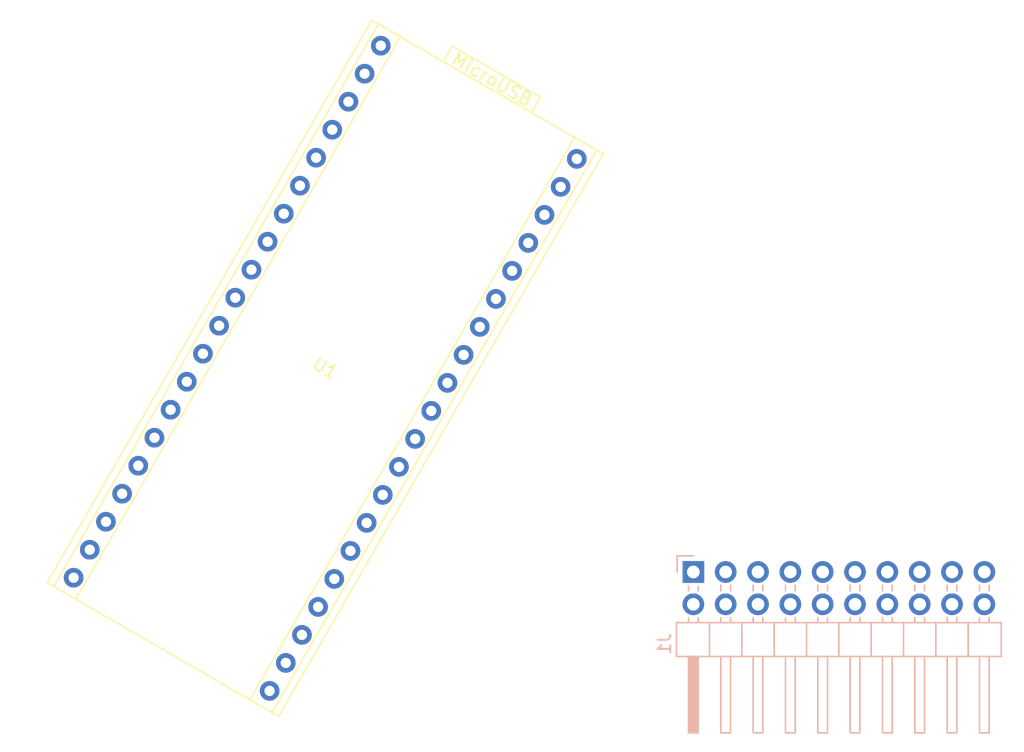
<source format=kicad_pcb>
(kicad_pcb (version 20211014) (generator pcbnew)
  (layers (0 "F.Cu" signal) (31 "B.Cu" signal) (34 "B.Paste" user) (35 "F.Paste" user) (36 "B.SilkS" user "B.Silkscreen") (37 "F.SilkS" user "F.Silkscreen") (38 "B.Mask" user) (39 "F.Mask" user) (44 "Edge.Cuts" user))
  (net 0 "")
  (net 1 "VCC")
  (net 2 "led_out")
  (net 3 "row0")
  (net 4 "row1")
  (net 5 "row2")
  (net 6 "enc2_b")
  (net 7 "enc2_a")
  (net 8 "enc1_b")
  (net 9 "enc1_a")
  (net 10 "center_col0")
  (net 11 "center_col1")
  (net 12 "center_col2")
  (net 13 "left_col0")
  (net 14 "left_col1")
  (net 15 "left_col2")
  (net 16 "right_col0")
  (net 17 "right_col1")
  (net 18 "right_col2")
  (net 20 "GND")
  (footprint "mikamo3:raspberry_pi_pico" (layer "F.Cu") (at 107 57 -30)
    (fp_text reference "U1" (at 0 0 -30 unlocked) (layer "F.SilkS"))
    (fp_text value "Raspberry_Pi_Pico(without_debugPin)")
    (fp_text user "MicroUSB" (at 0 -26.2 -30 unlocked) (layer "F.SilkS"))
    (fp_rect (start -9.9 25.5) (end -7.9 -25.5) (layer "F.SilkS") (width 0.12) (fill none))
    (fp_rect (start -10.5 -25.5) (end 10.5 25.5) (layer "F.SilkS") (width 0.12) (fill none))
    (fp_rect (start 7.9 25.5) (end 9.9 -25.5) (layer "F.SilkS") (width 0.12) (fill none))
    (fp_rect (start -4 -26.9) (end 4 -25.5) (layer "F.SilkS") (width 0.12) (fill none))
    (pad "1" thru_hole circle (at -8.89 -24.13 330) (size 1.54 1.54) (drill 0.8128) (layers *.Cu *.Mask) (net 2 "led_out"))
    (pad "2" thru_hole circle (at -8.89 -21.59 330) (size 1.54 1.54) (drill 0.8128) (layers *.Cu *.Mask))
    (pad "3" thru_hole circle (at -8.89 -19.05 330) (size 1.54 1.54) (drill 0.8128) (layers *.Cu *.Mask) (net 20 "GND"))
    (pad "4" thru_hole circle (at -8.89 -16.51 330) (size 1.54 1.54) (drill 0.8128) (layers *.Cu *.Mask) (net 12 "center_col2"))
    (pad "5" thru_hole circle (at -8.89 -13.97 330) (size 1.54 1.54) (drill 0.8128) (layers *.Cu *.Mask) (net 11 "center_col1"))
    (pad "6" thru_hole circle (at -8.89 -11.43 330) (size 1.54 1.54) (drill 0.8128) (layers *.Cu *.Mask) (net 10 "center_col0"))
    (pad "7" thru_hole circle (at -8.89 -8.89 330) (size 1.54 1.54) (drill 0.8128) (layers *.Cu *.Mask))
    (pad "8" thru_hole circle (at -8.89 -6.35 330) (size 1.54 1.54) (drill 0.8128) (layers *.Cu *.Mask) (net 20 "GND"))
    (pad "9" thru_hole circle (at -8.89 -3.81 330) (size 1.54 1.54) (drill 0.8128) (layers *.Cu *.Mask) (net 15 "left_col2"))
    (pad "10" thru_hole circle (at -8.89 -1.27 330) (size 1.54 1.54) (drill 0.8128) (layers *.Cu *.Mask) (net 14 "left_col1"))
    (pad "11" thru_hole circle (at -8.89 1.27 330) (size 1.54 1.54) (drill 0.8128) (layers *.Cu *.Mask) (net 13 "left_col0"))
    (pad "12" thru_hole circle (at -8.89 3.81 330) (size 1.54 1.54) (drill 0.8128) (layers *.Cu *.Mask))
    (pad "13" thru_hole circle (at -8.89 6.35 330) (size 1.54 1.54) (drill 0.8128) (layers *.Cu *.Mask) (net 20 "GND"))
    (pad "14" thru_hole circle (at -8.89 8.89 330) (size 1.54 1.54) (drill 0.8128) (layers *.Cu *.Mask) (net 16 "right_col0"))
    (pad "15" thru_hole circle (at -8.89 11.43 330) (size 1.54 1.54) (drill 0.8128) (layers *.Cu *.Mask) (net 17 "right_col1"))
    (pad "16" thru_hole circle (at -8.89 13.97 330) (size 1.54 1.54) (drill 0.8128) (layers *.Cu *.Mask) (net 18 "right_col2"))
    (pad "17" thru_hole circle (at -8.89 16.51 330) (size 1.54 1.54) (drill 0.8128) (layers *.Cu *.Mask))
    (pad "18" thru_hole circle (at -8.89 19.05 330) (size 1.54 1.54) (drill 0.8128) (layers *.Cu *.Mask) (net 20 "GND"))
    (pad "19" thru_hole circle (at -8.89 21.59 330) (size 1.54 1.54) (drill 0.8128) (layers *.Cu *.Mask) (net 8 "enc1_b"))
    (pad "20" thru_hole circle (at -8.89 24.13 330) (size 1.54 1.54) (drill 0.8128) (layers *.Cu *.Mask) (net 9 "enc1_a"))
    (pad "21" thru_hole circle (at 8.89 24.13 330) (size 1.54 1.54) (drill 0.8128) (layers *.Cu *.Mask) (net 6 "enc2_b"))
    (pad "22" thru_hole circle (at 8.89 21.59 330) (size 1.54 1.54) (drill 0.8128) (layers *.Cu *.Mask) (net 7 "enc2_a"))
    (pad "23" thru_hole circle (at 8.89 19.05 330) (size 1.54 1.54) (drill 0.8128) (layers *.Cu *.Mask) (net 20 "GND"))
    (pad "24" thru_hole circle (at 8.89 16.51 330) (size 1.54 1.54) (drill 0.8128) (layers *.Cu *.Mask) (net 5 "row2"))
    (pad "25" thru_hole circle (at 8.89 13.97 330) (size 1.54 1.54) (drill 0.8128) (layers *.Cu *.Mask) (net 4 "row1"))
    (pad "26" thru_hole circle (at 8.89 11.43 330) (size 1.54 1.54) (drill 0.8128) (layers *.Cu *.Mask) (net 3 "row0"))
    (pad "27" thru_hole circle (at 8.89 8.89 330) (size 1.54 1.54) (drill 0.8128) (layers *.Cu *.Mask))
    (pad "28" thru_hole circle (at 8.89 6.35 330) (size 1.54 1.54) (drill 0.8128) (layers *.Cu *.Mask) (net 20 "GND"))
    (pad "29" thru_hole circle (at 8.89 3.81 330) (size 1.54 1.54) (drill 0.8128) (layers *.Cu *.Mask))
    (pad "30" thru_hole circle (at 8.89 1.27 330) (size 1.54 1.54) (drill 0.8128) (layers *.Cu *.Mask))
    (pad "31" thru_hole circle (at 8.89 -1.27 330) (size 1.54 1.54) (drill 0.8128) (layers *.Cu *.Mask))
    (pad "32" thru_hole circle (at 8.89 -3.81 330) (size 1.54 1.54) (drill 0.8128) (layers *.Cu *.Mask))
    (pad "33" thru_hole circle (at 8.89 -6.35 330) (size 1.54 1.54) (drill 0.8128) (layers *.Cu *.Mask))
    (pad "34" thru_hole circle (at 8.89 -8.89 330) (size 1.54 1.54) (drill 0.8128) (layers *.Cu *.Mask))
    (pad "35" thru_hole circle (at 8.89 -11.43 330) (size 1.54 1.54) (drill 0.8128) (layers *.Cu *.Mask))
    (pad "36" thru_hole circle (at 8.89 -13.97 330) (size 1.54 1.54) (drill 0.8128) (layers *.Cu *.Mask))
    (pad "37" thru_hole circle (at 8.89 -16.51 330) (size 1.54 1.54) (drill 0.8128) (layers *.Cu *.Mask))
    (pad "38" thru_hole circle (at 8.89 -19.05 330) (size 1.54 1.54) (drill 0.8128) (layers *.Cu *.Mask) (net 20 "GND"))
    (pad "39" thru_hole circle (at 8.89 -21.59 330) (size 1.54 1.54) (drill 0.8128) (layers *.Cu *.Mask))
    (pad "40" thru_hole circle (at 8.89 -24.13 330) (size 1.54 1.54) (drill 0.8128) (layers *.Cu *.Mask) (net 1 "VCC"))
  )
  (footprint "Connector_PinHeader_2.54mm:PinHeader_2x10_P2.54mm_Horizontal" (layer "B.Cu") (at 135.92 73 -90)
    (fp_text reference "J1" (at 5.655 2.27 90) (layer "B.SilkS") (effects (justify mirror)))
    (fp_text value "Conn_01x20")
    (fp_line (start 6.64 -22.48) (end 12.64 -22.48) (layer "B.SilkS") (width 0.12))
    (fp_line (start 12.64 -2.92) (end 6.64 -2.92) (layer "B.SilkS") (width 0.12))
    (fp_line (start 3.98 -6.35) (end 6.64 -6.35) (layer "B.SilkS") (width 0.12))
    (fp_line (start 1.042929 -2.92) (end 1.497071 -2.92) (layer "B.SilkS") (width 0.12))
    (fp_line (start 12.64 -7.24) (end 12.64 -8) (layer "B.SilkS") (width 0.12))
    (fp_line (start 1.042929 -20.7) (end 1.497071 -20.7) (layer "B.SilkS") (width 0.12))
    (fp_line (start 3.98 -16.51) (end 6.64 -16.51) (layer "B.SilkS") (width 0.12))
    (fp_line (start 3.98 1.33) (end 3.98 -24.19) (layer "B.SilkS") (width 0.12))
    (fp_line (start 12.64 -15.62) (end 6.64 -15.62) (layer "B.SilkS") (width 0.12))
    (fp_line (start 6.64 -2.16) (end 12.64 -2.16) (layer "B.SilkS") (width 0.12))
    (fp_line (start 1.042929 -9.78) (end 1.497071 -9.78) (layer "B.SilkS") (width 0.12))
    (fp_line (start 3.582929 -20.7) (end 3.98 -20.7) (layer "B.SilkS") (width 0.12))
    (fp_line (start 1.042929 -22.48) (end 1.497071 -22.48) (layer "B.SilkS") (width 0.12))
    (fp_line (start 3.582929 -19.94) (end 3.98 -19.94) (layer "B.SilkS") (width 0.12))
    (fp_line (start 3.98 -13.97) (end 6.64 -13.97) (layer "B.SilkS") (width 0.12))
    (fp_line (start 6.64 -0.04) (end 12.64 -0.04) (layer "B.SilkS") (width 0.12))
    (fp_line (start 6.64 1.33) (end 3.98 1.33) (layer "B.SilkS") (width 0.12))
    (fp_line (start 12.64 -13.08) (end 6.64 -13.08) (layer "B.SilkS") (width 0.12))
    (fp_line (start 12.64 -0.38) (end 6.64 -0.38) (layer "B.SilkS") (width 0.12))
    (fp_line (start 12.64 -4.7) (end 12.64 -5.46) (layer "B.SilkS") (width 0.12))
    (fp_line (start 3.582929 -14.86) (end 3.98 -14.86) (layer "B.SilkS") (width 0.12))
    (fp_line (start 3.582929 -22.48) (end 3.98 -22.48) (layer "B.SilkS") (width 0.12))
    (fp_line (start 6.64 0.2) (end 12.64 0.2) (layer "B.SilkS") (width 0.12))
    (fp_line (start 6.64 -0.28) (end 12.64 -0.28) (layer "B.SilkS") (width 0.12))
    (fp_line (start 3.582929 -10.54) (end 3.98 -10.54) (layer "B.SilkS") (width 0.12))
    (fp_line (start 3.582929 0.38) (end 3.98 0.38) (layer "B.SilkS") (width 0.12))
    (fp_line (start 1.042929 -12.32) (end 1.497071 -12.32) (layer "B.SilkS") (width 0.12))
    (fp_line (start 6.64 -24.19) (end 6.64 1.33) (layer "B.SilkS") (width 0.12))
    (fp_line (start 6.64 -0.16) (end 12.64 -0.16) (layer "B.SilkS") (width 0.12))
    (fp_line (start 12.64 -20.7) (end 6.64 -20.7) (layer "B.SilkS") (width 0.12))
    (fp_line (start 12.64 -18.16) (end 6.64 -18.16) (layer "B.SilkS") (width 0.12))
    (fp_line (start 3.98 -19.05) (end 6.64 -19.05) (layer "B.SilkS") (width 0.12))
    (fp_line (start 1.042929 -4.7) (end 1.497071 -4.7) (layer "B.SilkS") (width 0.12))
    (fp_line (start 3.98 -24.19) (end 6.64 -24.19) (layer "B.SilkS") (width 0.12))
    (fp_line (start 12.64 -5.46) (end 6.64 -5.46) (layer "B.SilkS") (width 0.12))
    (fp_line (start 1.042929 -13.08) (end 1.497071 -13.08) (layer "B.SilkS") (width 0.12))
    (fp_line (start 12.64 0.38) (end 12.64 -0.38) (layer "B.SilkS") (width 0.12))
    (fp_line (start 3.98 -21.59) (end 6.64 -21.59) (layer "B.SilkS") (width 0.12))
    (fp_line (start 6.64 0.38) (end 12.64 0.38) (layer "B.SilkS") (width 0.12))
    (fp_line (start 1.042929 -23.24) (end 1.497071 -23.24) (layer "B.SilkS") (width 0.12))
    (fp_line (start 1.042929 -18.16) (end 1.497071 -18.16) (layer "B.SilkS") (width 0.12))
    (fp_line (start 3.98 -11.43) (end 6.64 -11.43) (layer "B.SilkS") (width 0.12))
    (fp_line (start 1.042929 -19.94) (end 1.497071 -19.94) (layer "B.SilkS") (width 0.12))
    (fp_line (start 3.582929 -2.92) (end 3.98 -2.92) (layer "B.SilkS") (width 0.12))
    (fp_line (start 1.042929 -5.46) (end 1.497071 -5.46) (layer "B.SilkS") (width 0.12))
    (fp_line (start 3.98 -3.81) (end 6.64 -3.81) (layer "B.SilkS") (width 0.12))
    (fp_line (start 1.042929 -7.24) (end 1.497071 -7.24) (layer "B.SilkS") (width 0.12))
    (fp_line (start 1.11 -0.38) (end 1.497071 -0.38) (layer "B.SilkS") (width 0.12))
    (fp_line (start 1.042929 -15.62) (end 1.497071 -15.62) (layer "B.SilkS") (width 0.12))
    (fp_line (start 6.64 -12.32) (end 12.64 -12.32) (layer "B.SilkS") (width 0.12))
    (fp_line (start 12.64 -22.48) (end 12.64 -23.24) (layer "B.SilkS") (width 0.12))
    (fp_line (start 12.64 -2.16) (end 12.64 -2.92) (layer "B.SilkS") (width 0.12))
    (fp_line (start 3.582929 -17.4) (end 3.98 -17.4) (layer "B.SilkS") (width 0.12))
    (fp_line (start 1.042929 -10.54) (end 1.497071 -10.54) (layer "B.SilkS") (width 0.12))
    (fp_line (start 1.042929 -8) (end 1.497071 -8) (layer "B.SilkS") (width 0.12))
    (fp_line (start 1.042929 -17.4) (end 1.497071 -17.4) (layer "B.SilkS") (width 0.12))
    (fp_line (start 3.582929 -4.7) (end 3.98 -4.7) (layer "B.SilkS") (width 0.12))
    (fp_line (start 12.64 -9.78) (end 12.64 -10.54) (layer "B.SilkS") (width 0.12))
    (fp_line (start 3.582929 -0.38) (end 3.98 -0.38) (layer "B.SilkS") (width 0.12))
    (fp_line (start 3.582929 -5.46) (end 3.98 -5.46) (layer "B.SilkS") (width 0.12))
    (fp_line (start 6.64 -7.24) (end 12.64 -7.24) (layer "B.SilkS") (width 0.12))
    (fp_line (start 12.64 -17.4) (end 12.64 -18.16) (layer "B.SilkS") (width 0.12))
    (fp_line (start 1.042929 -2.16) (end 1.497071 -2.16) (layer "B.SilkS") (width 0.12))
    (fp_line (start 6.64 -17.4) (end 12.64 -17.4) (layer "B.SilkS") (width 0.12))
    (fp_line (start 1.042929 -14.86) (end 1.497071 -14.86) (layer "B.SilkS") (width 0.12))
    (fp_line (start 12.64 -8) (end 6.64 -8) (layer "B.SilkS") (width 0.12))
    (fp_line (start 3.582929 -7.24) (end 3.98 -7.24) (layer "B.SilkS") (width 0.12))
    (fp_line (start 3.582929 -2.16) (end 3.98 -2.16) (layer "B.SilkS") (width 0.12))
    (fp_line (start 3.582929 -8) (end 3.98 -8) (layer "B.SilkS") (width 0.12))
    (fp_line (start 12.64 -12.32) (end 12.64 -13.08) (layer "B.SilkS") (width 0.12))
    (fp_line (start 3.98 -1.27) (end 6.64 -1.27) (layer "B.SilkS") (width 0.12))
    (fp_line (start 12.64 -23.24) (end 6.64 -23.24) (layer "B.SilkS") (width 0.12))
    (fp_line (start 6.64 0.08) (end 12.64 0.08) (layer "B.SilkS") (width 0.12))
    (fp_line (start 12.64 -14.86) (end 12.64 -15.62) (layer "B.SilkS") (width 0.12))
    (fp_line (start 12.64 -10.54) (end 6.64 -10.54) (layer "B.SilkS") (width 0.12))
    (fp_line (start 3.582929 -23.24) (end 3.98 -23.24) (layer "B.SilkS") (width 0.12))
    (fp_line (start 6.64 0.32) (end 12.64 0.32) (layer "B.SilkS") (width 0.12))
    (fp_line (start 3.582929 -12.32) (end 3.98 -12.32) (layer "B.SilkS") (width 0.12))
    (fp_line (start 3.98 -8.89) (end 6.64 -8.89) (layer "B.SilkS") (width 0.12))
    (fp_line (start 6.64 -4.7) (end 12.64 -4.7) (layer "B.SilkS") (width 0.12))
    (fp_line (start 6.64 -19.94) (end 12.64 -19.94) (layer "B.SilkS") (width 0.12))
    (fp_line (start 3.582929 -9.78) (end 3.98 -9.78) (layer "B.SilkS") (width 0.12))
    (fp_line (start -1.27 0) (end -1.27 1.27) (layer "B.SilkS") (width 0.12))
    (fp_line (start 12.64 -19.94) (end 12.64 -20.7) (layer "B.SilkS") (width 0.12))
    (fp_line (start 3.582929 -18.16) (end 3.98 -18.16) (layer "B.SilkS") (width 0.12))
    (fp_line (start 6.64 -9.78) (end 12.64 -9.78) (layer "B.SilkS") (width 0.12))
    (fp_line (start 3.582929 -13.08) (end 3.98 -13.08) (layer "B.SilkS") (width 0.12))
    (fp_line (start -1.27 1.27) (end 0 1.27) (layer "B.SilkS") (width 0.12))
    (fp_line (start 1.11 0.38) (end 1.497071 0.38) (layer "B.SilkS") (width 0.12))
    (fp_line (start 6.64 -14.86) (end 12.64 -14.86) (layer "B.SilkS") (width 0.12))
    (fp_line (start 3.582929 -15.62) (end 3.98 -15.62) (layer "B.SilkS") (width 0.12))
    (pad "1" thru_hole rect (at 0 0 270) (size 1.7 1.7) (drill 1) (layers *.Cu *.Mask) (net 1 "VCC"))
    (pad "2" thru_hole oval (at 2.54 0 270) (size 1.7 1.7) (drill 1) (layers *.Cu *.Mask))
    (pad "3" thru_hole oval (at 0 -2.54 270) (size 1.7 1.7) (drill 1) (layers *.Cu *.Mask) (net 2 "led_out"))
    (pad "4" thru_hole oval (at 2.54 -2.54 270) (size 1.7 1.7) (drill 1) (layers *.Cu *.Mask) (net 3 "row0"))
    (pad "5" thru_hole oval (at 0 -5.08 270) (size 1.7 1.7) (drill 1) (layers *.Cu *.Mask) (net 4 "row1"))
    (pad "6" thru_hole oval (at 2.54 -5.08 270) (size 1.7 1.7) (drill 1) (layers *.Cu *.Mask) (net 5 "row2"))
    (pad "7" thru_hole oval (at 0 -7.62 270) (size 1.7 1.7) (drill 1) (layers *.Cu *.Mask) (net 6 "enc2_b"))
    (pad "8" thru_hole oval (at 2.54 -7.62 270) (size 1.7 1.7) (drill 1) (layers *.Cu *.Mask) (net 7 "enc2_a"))
    (pad "9" thru_hole oval (at 0 -10.16 270) (size 1.7 1.7) (drill 1) (layers *.Cu *.Mask) (net 8 "enc1_b"))
    (pad "10" thru_hole oval (at 2.54 -10.16 270) (size 1.7 1.7) (drill 1) (layers *.Cu *.Mask) (net 9 "enc1_a"))
    (pad "11" thru_hole oval (at 0 -12.7 270) (size 1.7 1.7) (drill 1) (layers *.Cu *.Mask) (net 10 "center_col0"))
    (pad "12" thru_hole oval (at 2.54 -12.7 270) (size 1.7 1.7) (drill 1) (layers *.Cu *.Mask) (net 11 "center_col1"))
    (pad "13" thru_hole oval (at 0 -15.24 270) (size 1.7 1.7) (drill 1) (layers *.Cu *.Mask) (net 12 "center_col2"))
    (pad "14" thru_hole oval (at 2.54 -15.24 270) (size 1.7 1.7) (drill 1) (layers *.Cu *.Mask) (net 13 "left_col0"))
    (pad "15" thru_hole oval (at 0 -17.78 270) (size 1.7 1.7) (drill 1) (layers *.Cu *.Mask) (net 14 "left_col1"))
    (pad "16" thru_hole oval (at 2.54 -17.78 270) (size 1.7 1.7) (drill 1) (layers *.Cu *.Mask) (net 15 "left_col2"))
    (pad "17" thru_hole oval (at 0 -20.32 270) (size 1.7 1.7) (drill 1) (layers *.Cu *.Mask) (net 16 "right_col0"))
    (pad "18" thru_hole oval (at 2.54 -20.32 270) (size 1.7 1.7) (drill 1) (layers *.Cu *.Mask) (net 17 "right_col1"))
    (pad "19" thru_hole oval (at 0 -22.86 270) (size 1.7 1.7) (drill 1) (layers *.Cu *.Mask) (net 18 "right_col2"))
    (pad "20" thru_hole oval (at 2.54 -22.86 270) (size 1.7 1.7) (drill 1) (layers *.Cu *.Mask) (net 20 "GND"))
  )
)
</source>
